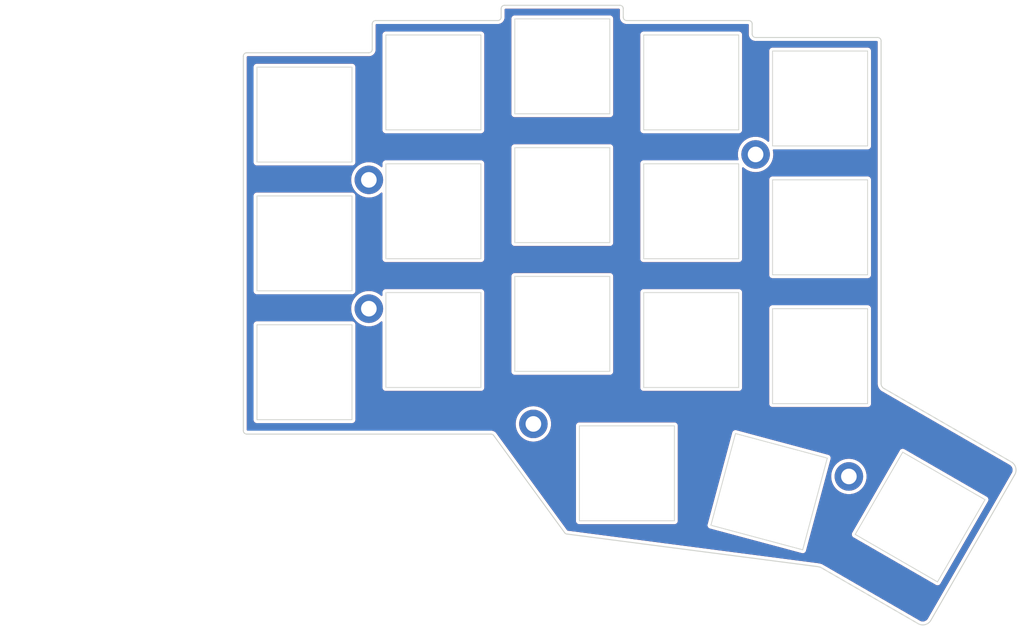
<source format=kicad_pcb>
(kicad_pcb (version 20211014) (generator pcbnew)
  (title_block (title "Corne Top Plate") (date "2018-12-09") (rev "2.1") (company "foostan"))
  (layers (0 "F.Cu" signal) (31 "B.Cu" signal) (34 "B.Paste" user) (35 "F.Paste" user) (36 "B.SilkS" user "B.Silkscreen") (37 "F.SilkS" user "F.Silkscreen") (38 "B.Mask" user) (39 "F.Mask" user) (44 "Edge.Cuts" user))
  (net 0 "")
  (footprint "kbd:M2_Hole_TH" (layer "F.Cu") (at 97.8992 86.5992)
    (fp_text reference "" (at 0 -3.2) (layer "F.SilkS"))
    (fp_text value "")
    (pad "" thru_hole circle (at 0.6008 0.1508) (size 4.2 4.2) (drill 2.3) (layers *.Cu *.Mask))
  )
  (footprint "kbd:M2_Hole_TH" (layer "F.Cu") (at 155.5 83)
    (fp_text reference "" (at 0 -3.2) (layer "F.SilkS"))
    (fp_text value "")
    (pad "" thru_hole circle locked (at 0 0) (size 4.2 4.2) (drill 2.3) (layers *.Cu *.Mask))
  )
  (footprint "kbd:M2_Hole_TH" (layer "F.Cu") (at 122.75 122.75)
    (fp_text reference "" (at 0 -3.2) (layer "F.SilkS"))
    (fp_text value "")
    (pad "" thru_hole circle locked (at 0 0) (size 4.2 4.2) (drill 2.3) (layers *.Cu *.Mask))
  )
  (footprint "kbd:M2_Hole_TH" (layer "F.Cu") (at 169.25 130.5)
    (fp_text reference "" (at 0 -3.2) (layer "F.SilkS"))
    (fp_text value "")
    (pad "" thru_hole circle locked (at 0 0) (size 4.2 4.2) (drill 2.3) (layers *.Cu *.Mask))
  )
  (footprint "kbd:SW_Hole" (layer "F.Cu") (at 89.01 77.125)
    (fp_text reference "SW2" hide)
    (fp_text value "KEY_SWITCH" hide)
    (fp_line (start -7 -7) (end -7 7) (layer "Edge.Cuts") (width 0.12))
    (fp_line (start 7 -7) (end -7 -7) (layer "Edge.Cuts") (width 0.12))
    (fp_line (start 7 7) (end 7 -7) (layer "Edge.Cuts") (width 0.12))
    (fp_line (start -7 7) (end 7 7) (layer "Edge.Cuts") (width 0.12))
  )
  (footprint "kbd:SW_Hole" (layer "F.Cu") (at 89.01 115.125)
    (fp_text reference "SW2" hide)
    (fp_text value "KEY_SWITCH" hide)
    (fp_line (start 7 7) (end 7 -7) (layer "Edge.Cuts") (width 0.12))
    (fp_line (start -7 -7) (end -7 7) (layer "Edge.Cuts") (width 0.12))
    (fp_line (start 7 -7) (end -7 -7) (layer "Edge.Cuts") (width 0.12))
    (fp_line (start -7 7) (end 7 7) (layer "Edge.Cuts") (width 0.12))
  )
  (footprint "kbd:SW_Hole" (layer "F.Cu") (at 89.01 96.125)
    (fp_text reference "SW2" hide)
    (fp_text value "KEY_SWITCH" hide)
    (fp_line (start -7 -7) (end -7 7) (layer "Edge.Cuts") (width 0.12))
    (fp_line (start -7 7) (end 7 7) (layer "Edge.Cuts") (width 0.12))
    (fp_line (start 7 -7) (end -7 -7) (layer "Edge.Cuts") (width 0.12))
    (fp_line (start 7 7) (end 7 -7) (layer "Edge.Cuts") (width 0.12))
  )
  (footprint "kbd:SW_Hole" (layer "F.Cu") (at 108.01 72.375)
    (fp_text reference "SW2" hide)
    (fp_text value "KEY_SWITCH" hide)
    (fp_line (start -7 -7) (end -7 7) (layer "Edge.Cuts") (width 0.12))
    (fp_line (start -7 7) (end 7 7) (layer "Edge.Cuts") (width 0.12))
    (fp_line (start 7 7) (end 7 -7) (layer "Edge.Cuts") (width 0.12))
    (fp_line (start 7 -7) (end -7 -7) (layer "Edge.Cuts") (width 0.12))
  )
  (footprint "kbd:SW_Hole" (layer "F.Cu") (at 108.01 110.375)
    (fp_text reference "SW2" hide)
    (fp_text value "KEY_SWITCH" hide)
    (fp_line (start 7 -7) (end -7 -7) (layer "Edge.Cuts") (width 0.12))
    (fp_line (start -7 -7) (end -7 7) (layer "Edge.Cuts") (width 0.12))
    (fp_line (start -7 7) (end 7 7) (layer "Edge.Cuts") (width 0.12))
    (fp_line (start 7 7) (end 7 -7) (layer "Edge.Cuts") (width 0.12))
  )
  (footprint "kbd:SW_Hole" (layer "F.Cu") (at 108.01 91.375)
    (fp_text reference "SW2" hide)
    (fp_text value "KEY_SWITCH" hide)
    (fp_line (start -7 -7) (end -7 7) (layer "Edge.Cuts") (width 0.12))
    (fp_line (start -7 7) (end 7 7) (layer "Edge.Cuts") (width 0.12))
    (fp_line (start 7 -7) (end -7 -7) (layer "Edge.Cuts") (width 0.12))
    (fp_line (start 7 7) (end 7 -7) (layer "Edge.Cuts") (width 0.12))
  )
  (footprint "kbd:SW_Hole" (layer "F.Cu") (at 127.01 70)
    (fp_text reference "SW2" hide)
    (fp_text value "KEY_SWITCH" hide)
    (fp_line (start -7 -7) (end -7 7) (layer "Edge.Cuts") (width 0.12))
    (fp_line (start -7 7) (end 7 7) (layer "Edge.Cuts") (width 0.12))
    (fp_line (start 7 7) (end 7 -7) (layer "Edge.Cuts") (width 0.12))
    (fp_line (start 7 -7) (end -7 -7) (layer "Edge.Cuts") (width 0.12))
  )
  (footprint "kbd:SW_Hole" (layer "F.Cu") (at 127.01 108)
    (fp_text reference "SW2" hide)
    (fp_text value "KEY_SWITCH" hide)
    (fp_line (start -7 -7) (end -7 7) (layer "Edge.Cuts") (width 0.12))
    (fp_line (start -7 7) (end 7 7) (layer "Edge.Cuts") (width 0.12))
    (fp_line (start 7 7) (end 7 -7) (layer "Edge.Cuts") (width 0.12))
    (fp_line (start 7 -7) (end -7 -7) (layer "Edge.Cuts") (width 0.12))
  )
  (footprint "kbd:SW_Hole" (layer "F.Cu") (at 127.01 89)
    (fp_text reference "SW2" hide)
    (fp_text value "KEY_SWITCH" hide)
    (fp_line (start 7 7) (end 7 -7) (layer "Edge.Cuts") (width 0.12))
    (fp_line (start 7 -7) (end -7 -7) (layer "Edge.Cuts") (width 0.12))
    (fp_line (start -7 7) (end 7 7) (layer "Edge.Cuts") (width 0.12))
    (fp_line (start -7 -7) (end -7 7) (layer "Edge.Cuts") (width 0.12))
  )
  (footprint "kbd:SW_Hole" (layer "F.Cu") (at 146.01 110.375)
    (fp_text reference "SW2" hide)
    (fp_text value "KEY_SWITCH" hide)
    (fp_line (start -7 7) (end 7 7) (layer "Edge.Cuts") (width 0.12))
    (fp_line (start 7 7) (end 7 -7) (layer "Edge.Cuts") (width 0.12))
    (fp_line (start 7 -7) (end -7 -7) (layer "Edge.Cuts") (width 0.12))
    (fp_line (start -7 -7) (end -7 7) (layer "Edge.Cuts") (width 0.12))
  )
  (footprint "kbd:SW_Hole" (layer "F.Cu") (at 146.01 72.375)
    (fp_text reference "SW2" hide)
    (fp_text value "KEY_SWITCH" hide)
    (fp_line (start -7 7) (end 7 7) (layer "Edge.Cuts") (width 0.12))
    (fp_line (start 7 7) (end 7 -7) (layer "Edge.Cuts") (width 0.12))
    (fp_line (start -7 -7) (end -7 7) (layer "Edge.Cuts") (width 0.12))
    (fp_line (start 7 -7) (end -7 -7) (layer "Edge.Cuts") (width 0.12))
  )
  (footprint "kbd:SW_Hole" (layer "F.Cu") (at 146.01 91.375)
    (fp_text reference "SW2" hide)
    (fp_text value "KEY_SWITCH" hide)
    (fp_line (start -7 -7) (end -7 7) (layer "Edge.Cuts") (width 0.12))
    (fp_line (start 7 -7) (end -7 -7) (layer "Edge.Cuts") (width 0.12))
    (fp_line (start 7 7) (end 7 -7) (layer "Edge.Cuts") (width 0.12))
    (fp_line (start -7 7) (end 7 7) (layer "Edge.Cuts") (width 0.12))
  )
  (footprint "kbd:SW_Hole" (layer "F.Cu") (at 165.01 93.75)
    (fp_text reference "SW2" hide)
    (fp_text value "KEY_SWITCH" hide)
    (fp_line (start -7 7) (end 7 7) (layer "Edge.Cuts") (width 0.12))
    (fp_line (start 7 -7) (end -7 -7) (layer "Edge.Cuts") (width 0.12))
    (fp_line (start -7 -7) (end -7 7) (layer "Edge.Cuts") (width 0.12))
    (fp_line (start 7 7) (end 7 -7) (layer "Edge.Cuts") (width 0.12))
  )
  (footprint "kbd:SW_Hole" (layer "F.Cu") (at 165.01 74.75)
    (fp_text reference "SW2" hide)
    (fp_text value "KEY_SWITCH" hide)
    (fp_line (start 7 7) (end 7 -7) (layer "Edge.Cuts") (width 0.12))
    (fp_line (start 7 -7) (end -7 -7) (layer "Edge.Cuts") (width 0.12))
    (fp_line (start -7 -7) (end -7 7) (layer "Edge.Cuts") (width 0.12))
    (fp_line (start -7 7) (end 7 7) (layer "Edge.Cuts") (width 0.12))
  )
  (footprint "kbd:SW_Hole" (layer "F.Cu") (at 165.01 112.75)
    (fp_text reference "SW2" hide)
    (fp_text value "KEY_SWITCH" hide)
    (fp_line (start 7 7) (end 7 -7) (layer "Edge.Cuts") (width 0.12))
    (fp_line (start -7 -7) (end -7 7) (layer "Edge.Cuts") (width 0.12))
    (fp_line (start 7 -7) (end -7 -7) (layer "Edge.Cuts") (width 0.12))
    (fp_line (start -7 7) (end 7 7) (layer "Edge.Cuts") (width 0.12))
  )
  (footprint "kbd:SW_Hole" (layer "F.Cu") (at 136.53 130.035)
    (fp_text reference "SW2" hide)
    (fp_text value "KEY_SWITCH" hide)
    (fp_line (start 7 -7) (end -7 -7) (layer "Edge.Cuts") (width 0.12))
    (fp_line (start -7 -7) (end -7 7) (layer "Edge.Cuts") (width 0.12))
    (fp_line (start 7 7) (end 7 -7) (layer "Edge.Cuts") (width 0.12))
    (fp_line (start -7 7) (end 7 7) (layer "Edge.Cuts") (width 0.12))
  )
  (footprint "kbd:SW_Hole" (layer "F.Cu") (at 157.492 132.744 -15)
    (fp_text reference "SW2" hide)
    (fp_text value "KEY_SWITCH" hide)
    (fp_line (start -7 -7) (end -7 7) (layer "Edge.Cuts") (width 0.12))
    (fp_line (start -7 7) (end 7 7) (layer "Edge.Cuts") (width 0.12))
    (fp_line (start 7 -7) (end -7 -7) (layer "Edge.Cuts") (width 0.12))
    (fp_line (start 7 7) (end 7 -7) (layer "Edge.Cuts") (width 0.12))
  )
  (footprint "kbd:SW_Hole" (layer "F.Cu") (at 179.75 136.485 -30)
    (fp_text reference "SW2" hide)
    (fp_text value "KEY_SWITCH" hide)
    (fp_line (start 7 -7) (end -7 -7) (layer "Edge.Cuts") (width 0.12))
    (fp_line (start -7 7) (end 7 7) (layer "Edge.Cuts") (width 0.12))
    (fp_line (start 7 7) (end 7 -7) (layer "Edge.Cuts") (width 0.12))
    (fp_line (start -7 -7) (end -7 7) (layer "Edge.Cuts") (width 0.12))
  )
  (footprint "kbd:corne-logo-horizontal-mask" (layer "F.Cu") (at 108.335 121.925)
    (fp_text reference "G***" hide)
    (fp_text value "LOGO" hide)
  )
  (footprint "" (layer "F.Cu") (at 97.8992 105.6238)
    (fp_text reference "" (at 0 0) (layer "F.SilkS") (effects (font (size 1.27 1.27))))
    (fp_text value "" (at 0 0) (layer "F.SilkS") (effects (font (size 1.27 1.27))))
    (pad "" thru_hole circle (at 0.6008 0.1262) (size 4.2 4.2) (drill 2.3) (layers *.Cu *.Mask))
  )
  (footprint "kbd:corne-logo-horizontal-mask" (layer "B.Cu") (at 108.085 121.975 180)
    (fp_text reference "G***" hide)
    (fp_text value "LOGO" hide)
  )
  (gr_arc (start 193.270509 128.396988) (mid 193.860661 129.282182) (end 193.65 130.325) (layer "Edge.Cuts") (width 0.15))
  (gr_arc (start 173.5 65.75) (mid 173.853553 65.896447) (end 174 66.25) (layer "Edge.Cuts") (width 0.15))
  (gr_line (start 127.75 139) (end 164.420556 143.770344) (layer "Edge.Cuts") (width 0.15))
  (gr_arc (start 118 62.75) (mid 117.853553 63.103553) (end 117.5 63.25) (layer "Edge.Cuts") (width 0.15))
  (gr_line (start 118 61.5) (end 118 62.75) (layer "Edge.Cuts") (width 0.15))
  (gr_line (start 135.5 61) (end 118.5 61) (layer "Edge.Cuts") (width 0.15))
  (gr_arc (start 118 61.5) (mid 118.146447 61.146447) (end 118.5 61) (layer "Edge.Cuts") (width 0.15))
  (gr_arc (start 181.297263 151.781465) (mid 180.412069 152.371617) (end 179.369251 152.160956) (layer "Edge.Cuts") (width 0.15))
  (gr_arc (start 174.35 117.475) (mid 174.096093 117.183739) (end 173.997282 116.810192) (layer "Edge.Cuts") (width 0.15))
  (gr_line (start 193.270509 128.396988) (end 174.35 117.475) (layer "Edge.Cuts") (width 0.15))
  (gr_line (start 155 65.25) (end 155 63.75) (layer "Edge.Cuts") (width 0.15))
  (gr_arc (start 99 63.75) (mid 99.146447 63.396447) (end 99.5 63.25) (layer "Edge.Cuts") (width 0.15))
  (gr_line (start 116.853553 124.396447) (end 127.396447 138.853553) (layer "Edge.Cuts") (width 0.15))
  (gr_line (start 98.5 68) (end 80.5 68) (layer "Edge.Cuts") (width 0.15))
  (gr_arc (start 164.420556 143.770344) (mid 164.750952 143.819149) (end 165.075 143.9) (layer "Edge.Cuts") (width 0.15))
  (gr_arc (start 127.75 139) (mid 127.558658 138.96194) (end 127.396447 138.853553) (layer "Edge.Cuts") (width 0.15))
  (gr_line (start 99 63.75) (end 99 67.5) (layer "Edge.Cuts") (width 0.15))
  (gr_line (start 136 62.75) (end 136 61.5) (layer "Edge.Cuts") (width 0.15))
  (gr_arc (start 99 67.5) (mid 98.853553 67.853553) (end 98.5 68) (layer "Edge.Cuts") (width 0.15))
  (gr_arc (start 80 68.5) (mid 80.146447 68.146447) (end 80.5 68) (layer "Edge.Cuts") (width 0.15))
  (gr_line (start 165.075 143.9) (end 179.369251 152.160956) (layer "Edge.Cuts") (width 0.15))
  (gr_arc (start 155.5 65.75) (mid 155.146447 65.603553) (end 155 65.25) (layer "Edge.Cuts") (width 0.15))
  (gr_arc (start 136.5 63.25) (mid 136.146447 63.103553) (end 136 62.75) (layer "Edge.Cuts") (width 0.15))
  (gr_line (start 181.297263 151.781465) (end 193.65 130.325) (layer "Edge.Cuts") (width 0.15))
  (gr_line (start 154.5 63.25) (end 136.5 63.25) (layer "Edge.Cuts") (width 0.15))
  (gr_line (start 174 66.25) (end 174 116.810192) (layer "Edge.Cuts") (width 0.15))
  (gr_arc (start 116.5 124.25) (mid 116.691342 124.28806) (end 116.853553 124.396447) (layer "Edge.Cuts") (width 0.15))
  (gr_line (start 80 68.5) (end 80 123.75) (layer "Edge.Cuts") (width 0.15))
  (gr_line (start 173.5 65.75) (end 155.5 65.75) (layer "Edge.Cuts") (width 0.15))
  (gr_line (start 116.5 124.25) (end 80.5 124.25) (layer "Edge.Cuts") (width 0.15))
  (gr_arc (start 135.5 61) (mid 135.853553 61.146447) (end 136 61.5) (layer "Edge.Cuts") (width 0.15))
  (gr_arc (start 154.5 63.25) (mid 154.853553 63.396447) (end 155 63.75) (layer "Edge.Cuts") (width 0.15))
  (gr_arc (start 80.5 124.25) (mid 80.146447 124.103553) (end 80 123.75) (layer "Edge.Cuts") (width 0.15))
  (gr_line (start 117.5 63.25) (end 99.5 63.25) (layer "Edge.Cuts") (width 0.15))
  (zone (net 0) (net_name "") (layer "F.Cu") (connect_pads (clearance 0.508)) (min_thickness 0.254) (fill yes (thermal_gap 0.508) (thermal_bridge_width 0.508))
    (polygon (pts (xy 136.535 62.875) (xy 155.56 62.875) (xy 155.56 65.225) (xy 174.535 65.225) (xy 174.535 116.7) (xy 195.085 128.65) (xy 180.71 153.475) (xy 164.86 144.3) (xy 127.31 139.425) (xy 116.635 124.65) (xy 79.4842 124.65) (xy 79.4842 67.6) (xy 98.485 67.6) (xy 98.485 62.85) (xy 117.485 62.85) (xy 117.485 60.475) (xy 136.535 60.475)))
  )
  (zone (net 0) (net_name "") (layer "B.Cu") (connect_pads (clearance 0.508)) (min_thickness 0.254) (fill yes (thermal_gap 0.508) (thermal_bridge_width 0.508))
    (polygon (pts (xy 136.535 62.85) (xy 155.56 62.85) (xy 155.56 65.225) (xy 174.535 65.225) (xy 174.535 116.7) (xy 195.035 128.625) (xy 180.71 153.45) (xy 164.91 144.325) (xy 127.31 139.425) (xy 116.635 124.65) (xy 79.4842 124.65) (xy 79.4842 67.6) (xy 98.485 67.6) (xy 98.485 62.85) (xy 117.485 62.875) (xy 117.485 60.475) (xy 136.535 60.475)))
  )
)
</source>
